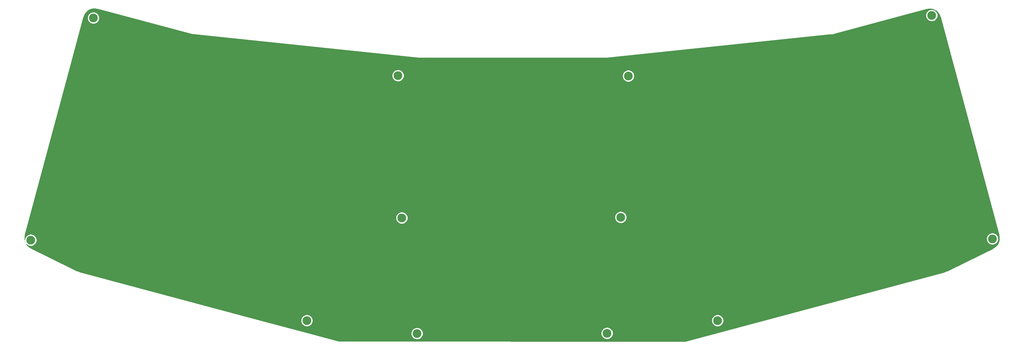
<source format=gbl>
G04 #@! TF.GenerationSoftware,KiCad,Pcbnew,(5.1.10)-1*
G04 #@! TF.CreationDate,2021-10-09T15:29:01+01:00*
G04 #@! TF.ProjectId,superlyra-hs-backplate,73757065-726c-4797-9261-2d68732d6261,0.1*
G04 #@! TF.SameCoordinates,Original*
G04 #@! TF.FileFunction,Copper,L2,Bot*
G04 #@! TF.FilePolarity,Positive*
%FSLAX46Y46*%
G04 Gerber Fmt 4.6, Leading zero omitted, Abs format (unit mm)*
G04 Created by KiCad (PCBNEW (5.1.10)-1) date 2021-10-09 15:29:01*
%MOMM*%
%LPD*%
G01*
G04 APERTURE LIST*
G04 #@! TA.AperFunction,ComponentPad*
%ADD10C,1.752600*%
G04 #@! TD*
G04 #@! TA.AperFunction,ComponentPad*
%ADD11C,3.500000*%
G04 #@! TD*
G04 #@! TA.AperFunction,Conductor*
%ADD12C,0.254000*%
G04 #@! TD*
G04 #@! TA.AperFunction,Conductor*
%ADD13C,0.100000*%
G04 #@! TD*
G04 APERTURE END LIST*
D10*
G04 #@! TO.P,J1,1*
G04 #@! TO.N,GND*
X209931000Y-130302000D03*
G04 #@! TD*
D11*
G04 #@! TO.P,H1,1*
G04 #@! TO.N,N/C*
X42545000Y-60833000D03*
G04 #@! TD*
G04 #@! TO.P,H5,1*
G04 #@! TO.N,N/C*
X127889000Y-182118000D03*
G04 #@! TD*
G04 #@! TO.P,H7,1*
G04 #@! TO.N,N/C*
X165862000Y-140970000D03*
G04 #@! TD*
G04 #@! TO.P,H8,1*
G04 #@! TO.N,N/C*
X17526000Y-149860000D03*
G04 #@! TD*
G04 #@! TO.P,H9,1*
G04 #@! TO.N,N/C*
X171958000Y-187325000D03*
G04 #@! TD*
G04 #@! TO.P,H10,1*
G04 #@! TO.N,N/C*
X164338000Y-83947000D03*
G04 #@! TD*
G04 #@! TO.P,H11,1*
G04 #@! TO.N,N/C*
X256413000Y-84074000D03*
G04 #@! TD*
G04 #@! TO.P,H12,1*
G04 #@! TO.N,N/C*
X253365000Y-140716000D03*
G04 #@! TD*
G04 #@! TO.P,H13,1*
G04 #@! TO.N,N/C*
X401955000Y-149352000D03*
G04 #@! TD*
G04 #@! TO.P,H15,1*
G04 #@! TO.N,N/C*
X247904000Y-187198000D03*
G04 #@! TD*
G04 #@! TO.P,H16,1*
G04 #@! TO.N,N/C*
X292100000Y-182118000D03*
G04 #@! TD*
G04 #@! TO.P,H20,1*
G04 #@! TO.N,N/C*
X377698000Y-59817000D03*
G04 #@! TD*
D12*
G04 #@! TO.N,GND*
X43368474Y-57104132D02*
X44029161Y-57230165D01*
X44159189Y-57243144D01*
X44289461Y-57232891D01*
X44305643Y-57228646D01*
X81994717Y-67327403D01*
X82012802Y-67335030D01*
X82057370Y-67344191D01*
X82069858Y-67347537D01*
X82089128Y-67350719D01*
X82108240Y-67354647D01*
X82121086Y-67355995D01*
X82165990Y-67363409D01*
X82185611Y-67362766D01*
X172588584Y-76849833D01*
X172590617Y-76850450D01*
X172653146Y-76856608D01*
X172683358Y-76859779D01*
X172685474Y-76859793D01*
X172687581Y-76860000D01*
X172717976Y-76860000D01*
X172780789Y-76860401D01*
X172782874Y-76860000D01*
X247587084Y-76860000D01*
X247589121Y-76860392D01*
X247651835Y-76860000D01*
X247682419Y-76860000D01*
X247684491Y-76859796D01*
X247686552Y-76859783D01*
X247716648Y-76856629D01*
X247779383Y-76850450D01*
X247781378Y-76849845D01*
X337343759Y-67463242D01*
X337363234Y-67472066D01*
X337504235Y-67504942D01*
X337648939Y-67509679D01*
X337755992Y-67492005D01*
X367276166Y-59582098D01*
X375313000Y-59582098D01*
X375313000Y-60051902D01*
X375404654Y-60512679D01*
X375584440Y-60946721D01*
X375845450Y-61337349D01*
X376177651Y-61669550D01*
X376568279Y-61930560D01*
X377002321Y-62110346D01*
X377463098Y-62202000D01*
X377932902Y-62202000D01*
X378393679Y-62110346D01*
X378827721Y-61930560D01*
X379218349Y-61669550D01*
X379550550Y-61337349D01*
X379811560Y-60946721D01*
X379991346Y-60512679D01*
X380083000Y-60051902D01*
X380083000Y-59582098D01*
X379991346Y-59121321D01*
X379811560Y-58687279D01*
X379550550Y-58296651D01*
X379218349Y-57964450D01*
X378827721Y-57703440D01*
X378393679Y-57523654D01*
X377932902Y-57432000D01*
X377463098Y-57432000D01*
X377002321Y-57523654D01*
X376568279Y-57703440D01*
X376177651Y-57964450D01*
X375845450Y-58296651D01*
X375584440Y-58687279D01*
X375404654Y-59121321D01*
X375313000Y-59582098D01*
X367276166Y-59582098D01*
X375801731Y-57297680D01*
X376580566Y-57161751D01*
X377338309Y-57165719D01*
X378083367Y-57303807D01*
X378792202Y-57571654D01*
X379442393Y-57960786D01*
X380013407Y-58458913D01*
X380487185Y-59050284D01*
X380851524Y-59721313D01*
X381072721Y-60356504D01*
X381126496Y-60475601D01*
X381200511Y-60583293D01*
X381212279Y-60595185D01*
X404574123Y-147782778D01*
X404564066Y-147830091D01*
X404559962Y-147960700D01*
X404569688Y-148044759D01*
X404711245Y-148855843D01*
X404707277Y-149613586D01*
X404569189Y-150358642D01*
X404301345Y-151067472D01*
X403912205Y-151717678D01*
X403414080Y-152288689D01*
X402815379Y-152768339D01*
X402313247Y-153057719D01*
X402206277Y-153132773D01*
X402114289Y-153225584D01*
X402101224Y-153244561D01*
X383936259Y-162226164D01*
X383887891Y-162225581D01*
X383759013Y-162247171D01*
X383678494Y-162273193D01*
X382883604Y-162581669D01*
X382825268Y-162597907D01*
X382702994Y-162644001D01*
X382590814Y-162711020D01*
X382545511Y-162750478D01*
X279162530Y-190451865D01*
X140647807Y-190380885D01*
X128366423Y-187090098D01*
X169573000Y-187090098D01*
X169573000Y-187559902D01*
X169664654Y-188020679D01*
X169844440Y-188454721D01*
X170105450Y-188845349D01*
X170437651Y-189177550D01*
X170828279Y-189438560D01*
X171262321Y-189618346D01*
X171723098Y-189710000D01*
X172192902Y-189710000D01*
X172653679Y-189618346D01*
X173087721Y-189438560D01*
X173478349Y-189177550D01*
X173810550Y-188845349D01*
X174071560Y-188454721D01*
X174251346Y-188020679D01*
X174343000Y-187559902D01*
X174343000Y-187090098D01*
X174317739Y-186963098D01*
X245519000Y-186963098D01*
X245519000Y-187432902D01*
X245610654Y-187893679D01*
X245790440Y-188327721D01*
X246051450Y-188718349D01*
X246383651Y-189050550D01*
X246774279Y-189311560D01*
X247208321Y-189491346D01*
X247669098Y-189583000D01*
X248138902Y-189583000D01*
X248599679Y-189491346D01*
X249033721Y-189311560D01*
X249424349Y-189050550D01*
X249756550Y-188718349D01*
X250017560Y-188327721D01*
X250197346Y-187893679D01*
X250289000Y-187432902D01*
X250289000Y-186963098D01*
X250197346Y-186502321D01*
X250017560Y-186068279D01*
X249756550Y-185677651D01*
X249424349Y-185345450D01*
X249033721Y-185084440D01*
X248599679Y-184904654D01*
X248138902Y-184813000D01*
X247669098Y-184813000D01*
X247208321Y-184904654D01*
X246774279Y-185084440D01*
X246383651Y-185345450D01*
X246051450Y-185677651D01*
X245790440Y-186068279D01*
X245610654Y-186502321D01*
X245519000Y-186963098D01*
X174317739Y-186963098D01*
X174251346Y-186629321D01*
X174071560Y-186195279D01*
X173810550Y-185804651D01*
X173478349Y-185472450D01*
X173087721Y-185211440D01*
X172653679Y-185031654D01*
X172192902Y-184940000D01*
X171723098Y-184940000D01*
X171262321Y-185031654D01*
X170828279Y-185211440D01*
X170437651Y-185472450D01*
X170105450Y-185804651D01*
X169844440Y-186195279D01*
X169664654Y-186629321D01*
X169573000Y-187090098D01*
X128366423Y-187090098D01*
X108933634Y-181883098D01*
X125504000Y-181883098D01*
X125504000Y-182352902D01*
X125595654Y-182813679D01*
X125775440Y-183247721D01*
X126036450Y-183638349D01*
X126368651Y-183970550D01*
X126759279Y-184231560D01*
X127193321Y-184411346D01*
X127654098Y-184503000D01*
X128123902Y-184503000D01*
X128584679Y-184411346D01*
X129018721Y-184231560D01*
X129409349Y-183970550D01*
X129741550Y-183638349D01*
X130002560Y-183247721D01*
X130182346Y-182813679D01*
X130274000Y-182352902D01*
X130274000Y-181883098D01*
X289715000Y-181883098D01*
X289715000Y-182352902D01*
X289806654Y-182813679D01*
X289986440Y-183247721D01*
X290247450Y-183638349D01*
X290579651Y-183970550D01*
X290970279Y-184231560D01*
X291404321Y-184411346D01*
X291865098Y-184503000D01*
X292334902Y-184503000D01*
X292795679Y-184411346D01*
X293229721Y-184231560D01*
X293620349Y-183970550D01*
X293952550Y-183638349D01*
X294213560Y-183247721D01*
X294393346Y-182813679D01*
X294485000Y-182352902D01*
X294485000Y-181883098D01*
X294393346Y-181422321D01*
X294213560Y-180988279D01*
X293952550Y-180597651D01*
X293620349Y-180265450D01*
X293229721Y-180004440D01*
X292795679Y-179824654D01*
X292334902Y-179733000D01*
X291865098Y-179733000D01*
X291404321Y-179824654D01*
X290970279Y-180004440D01*
X290579651Y-180265450D01*
X290247450Y-180597651D01*
X289986440Y-180988279D01*
X289806654Y-181422321D01*
X289715000Y-181883098D01*
X130274000Y-181883098D01*
X130182346Y-181422321D01*
X130002560Y-180988279D01*
X129741550Y-180597651D01*
X129409349Y-180265450D01*
X129018721Y-180004440D01*
X128584679Y-179824654D01*
X128123902Y-179733000D01*
X127654098Y-179733000D01*
X127193321Y-179824654D01*
X126759279Y-180004440D01*
X126368651Y-180265450D01*
X126036450Y-180597651D01*
X125775440Y-180988279D01*
X125595654Y-181422321D01*
X125504000Y-181883098D01*
X108933634Y-181883098D01*
X37264887Y-162679516D01*
X37228940Y-162647149D01*
X37117881Y-162578289D01*
X37040221Y-162544683D01*
X36239512Y-162251665D01*
X36184965Y-162225349D01*
X36062690Y-162179255D01*
X35934185Y-162155544D01*
X35874111Y-162155277D01*
X17706665Y-153172449D01*
X17677763Y-153133661D01*
X17582365Y-153044358D01*
X17512804Y-152996174D01*
X16810115Y-152567083D01*
X16243553Y-152063890D01*
X15825308Y-151532207D01*
X16005651Y-151712550D01*
X16396279Y-151973560D01*
X16830321Y-152153346D01*
X17291098Y-152245000D01*
X17760902Y-152245000D01*
X18221679Y-152153346D01*
X18655721Y-151973560D01*
X19046349Y-151712550D01*
X19378550Y-151380349D01*
X19639560Y-150989721D01*
X19819346Y-150555679D01*
X19911000Y-150094902D01*
X19911000Y-149625098D01*
X19819346Y-149164321D01*
X19799786Y-149117098D01*
X399570000Y-149117098D01*
X399570000Y-149586902D01*
X399661654Y-150047679D01*
X399841440Y-150481721D01*
X400102450Y-150872349D01*
X400434651Y-151204550D01*
X400825279Y-151465560D01*
X401259321Y-151645346D01*
X401720098Y-151737000D01*
X402189902Y-151737000D01*
X402650679Y-151645346D01*
X403084721Y-151465560D01*
X403475349Y-151204550D01*
X403807550Y-150872349D01*
X404068560Y-150481721D01*
X404248346Y-150047679D01*
X404340000Y-149586902D01*
X404340000Y-149117098D01*
X404248346Y-148656321D01*
X404068560Y-148222279D01*
X403807550Y-147831651D01*
X403475349Y-147499450D01*
X403084721Y-147238440D01*
X402650679Y-147058654D01*
X402189902Y-146967000D01*
X401720098Y-146967000D01*
X401259321Y-147058654D01*
X400825279Y-147238440D01*
X400434651Y-147499450D01*
X400102450Y-147831651D01*
X399841440Y-148222279D01*
X399661654Y-148656321D01*
X399570000Y-149117098D01*
X19799786Y-149117098D01*
X19639560Y-148730279D01*
X19378550Y-148339651D01*
X19046349Y-148007450D01*
X18655721Y-147746440D01*
X18221679Y-147566654D01*
X17760902Y-147475000D01*
X17291098Y-147475000D01*
X16830321Y-147566654D01*
X16396279Y-147746440D01*
X16005651Y-148007450D01*
X15673450Y-148339651D01*
X15412440Y-148730279D01*
X15232654Y-149164321D01*
X15141000Y-149625098D01*
X15141000Y-149725600D01*
X15087832Y-149326593D01*
X15122765Y-148560234D01*
X15236870Y-147992034D01*
X15251108Y-147862138D01*
X15242117Y-147731773D01*
X15236486Y-147709431D01*
X17105252Y-140735098D01*
X163477000Y-140735098D01*
X163477000Y-141204902D01*
X163568654Y-141665679D01*
X163748440Y-142099721D01*
X164009450Y-142490349D01*
X164341651Y-142822550D01*
X164732279Y-143083560D01*
X165166321Y-143263346D01*
X165627098Y-143355000D01*
X166096902Y-143355000D01*
X166557679Y-143263346D01*
X166991721Y-143083560D01*
X167382349Y-142822550D01*
X167714550Y-142490349D01*
X167975560Y-142099721D01*
X168155346Y-141665679D01*
X168247000Y-141204902D01*
X168247000Y-140735098D01*
X168196477Y-140481098D01*
X250980000Y-140481098D01*
X250980000Y-140950902D01*
X251071654Y-141411679D01*
X251251440Y-141845721D01*
X251512450Y-142236349D01*
X251844651Y-142568550D01*
X252235279Y-142829560D01*
X252669321Y-143009346D01*
X253130098Y-143101000D01*
X253599902Y-143101000D01*
X254060679Y-143009346D01*
X254494721Y-142829560D01*
X254885349Y-142568550D01*
X255217550Y-142236349D01*
X255478560Y-141845721D01*
X255658346Y-141411679D01*
X255750000Y-140950902D01*
X255750000Y-140481098D01*
X255658346Y-140020321D01*
X255478560Y-139586279D01*
X255217550Y-139195651D01*
X254885349Y-138863450D01*
X254494721Y-138602440D01*
X254060679Y-138422654D01*
X253599902Y-138331000D01*
X253130098Y-138331000D01*
X252669321Y-138422654D01*
X252235279Y-138602440D01*
X251844651Y-138863450D01*
X251512450Y-139195651D01*
X251251440Y-139586279D01*
X251071654Y-140020321D01*
X250980000Y-140481098D01*
X168196477Y-140481098D01*
X168155346Y-140274321D01*
X167975560Y-139840279D01*
X167714550Y-139449651D01*
X167382349Y-139117450D01*
X166991721Y-138856440D01*
X166557679Y-138676654D01*
X166096902Y-138585000D01*
X165627098Y-138585000D01*
X165166321Y-138676654D01*
X164732279Y-138856440D01*
X164341651Y-139117450D01*
X164009450Y-139449651D01*
X163748440Y-139840279D01*
X163568654Y-140274321D01*
X163477000Y-140735098D01*
X17105252Y-140735098D01*
X32384519Y-83712098D01*
X161953000Y-83712098D01*
X161953000Y-84181902D01*
X162044654Y-84642679D01*
X162224440Y-85076721D01*
X162485450Y-85467349D01*
X162817651Y-85799550D01*
X163208279Y-86060560D01*
X163642321Y-86240346D01*
X164103098Y-86332000D01*
X164572902Y-86332000D01*
X165033679Y-86240346D01*
X165467721Y-86060560D01*
X165858349Y-85799550D01*
X166190550Y-85467349D01*
X166451560Y-85076721D01*
X166631346Y-84642679D01*
X166723000Y-84181902D01*
X166723000Y-83839098D01*
X254028000Y-83839098D01*
X254028000Y-84308902D01*
X254119654Y-84769679D01*
X254299440Y-85203721D01*
X254560450Y-85594349D01*
X254892651Y-85926550D01*
X255283279Y-86187560D01*
X255717321Y-86367346D01*
X256178098Y-86459000D01*
X256647902Y-86459000D01*
X257108679Y-86367346D01*
X257542721Y-86187560D01*
X257933349Y-85926550D01*
X258265550Y-85594349D01*
X258526560Y-85203721D01*
X258706346Y-84769679D01*
X258798000Y-84308902D01*
X258798000Y-83839098D01*
X258706346Y-83378321D01*
X258526560Y-82944279D01*
X258265550Y-82553651D01*
X257933349Y-82221450D01*
X257542721Y-81960440D01*
X257108679Y-81780654D01*
X256647902Y-81689000D01*
X256178098Y-81689000D01*
X255717321Y-81780654D01*
X255283279Y-81960440D01*
X254892651Y-82221450D01*
X254560450Y-82553651D01*
X254299440Y-82944279D01*
X254119654Y-83378321D01*
X254028000Y-83839098D01*
X166723000Y-83839098D01*
X166723000Y-83712098D01*
X166631346Y-83251321D01*
X166451560Y-82817279D01*
X166190550Y-82426651D01*
X165858349Y-82094450D01*
X165467721Y-81833440D01*
X165033679Y-81653654D01*
X164572902Y-81562000D01*
X164103098Y-81562000D01*
X163642321Y-81653654D01*
X163208279Y-81833440D01*
X162817651Y-82094450D01*
X162485450Y-82426651D01*
X162224440Y-82817279D01*
X162044654Y-83251321D01*
X161953000Y-83712098D01*
X32384519Y-83712098D01*
X38577897Y-60598098D01*
X40160000Y-60598098D01*
X40160000Y-61067902D01*
X40251654Y-61528679D01*
X40431440Y-61962721D01*
X40692450Y-62353349D01*
X41024651Y-62685550D01*
X41415279Y-62946560D01*
X41849321Y-63126346D01*
X42310098Y-63218000D01*
X42779902Y-63218000D01*
X43240679Y-63126346D01*
X43674721Y-62946560D01*
X44065349Y-62685550D01*
X44397550Y-62353349D01*
X44658560Y-61962721D01*
X44838346Y-61528679D01*
X44930000Y-61067902D01*
X44930000Y-60598098D01*
X44838346Y-60137321D01*
X44658560Y-59703279D01*
X44397550Y-59312651D01*
X44065349Y-58980450D01*
X43674721Y-58719440D01*
X43240679Y-58539654D01*
X42779902Y-58448000D01*
X42310098Y-58448000D01*
X41849321Y-58539654D01*
X41415279Y-58719440D01*
X41024651Y-58980450D01*
X40692450Y-59312651D01*
X40431440Y-59703279D01*
X40251654Y-60137321D01*
X40160000Y-60598098D01*
X38577897Y-60598098D01*
X38598563Y-60520974D01*
X38630930Y-60485027D01*
X38699790Y-60373968D01*
X38733396Y-60296308D01*
X39016347Y-59523109D01*
X39398655Y-58868867D01*
X39890772Y-58292673D01*
X40477148Y-57812730D01*
X41139247Y-57444211D01*
X41856144Y-57198763D01*
X42605173Y-57084145D01*
X43368474Y-57104132D01*
G04 #@! TA.AperFunction,Conductor*
D13*
G36*
X43368474Y-57104132D02*
G01*
X44029161Y-57230165D01*
X44159189Y-57243144D01*
X44289461Y-57232891D01*
X44305643Y-57228646D01*
X81994717Y-67327403D01*
X82012802Y-67335030D01*
X82057370Y-67344191D01*
X82069858Y-67347537D01*
X82089128Y-67350719D01*
X82108240Y-67354647D01*
X82121086Y-67355995D01*
X82165990Y-67363409D01*
X82185611Y-67362766D01*
X172588584Y-76849833D01*
X172590617Y-76850450D01*
X172653146Y-76856608D01*
X172683358Y-76859779D01*
X172685474Y-76859793D01*
X172687581Y-76860000D01*
X172717976Y-76860000D01*
X172780789Y-76860401D01*
X172782874Y-76860000D01*
X247587084Y-76860000D01*
X247589121Y-76860392D01*
X247651835Y-76860000D01*
X247682419Y-76860000D01*
X247684491Y-76859796D01*
X247686552Y-76859783D01*
X247716648Y-76856629D01*
X247779383Y-76850450D01*
X247781378Y-76849845D01*
X337343759Y-67463242D01*
X337363234Y-67472066D01*
X337504235Y-67504942D01*
X337648939Y-67509679D01*
X337755992Y-67492005D01*
X367276166Y-59582098D01*
X375313000Y-59582098D01*
X375313000Y-60051902D01*
X375404654Y-60512679D01*
X375584440Y-60946721D01*
X375845450Y-61337349D01*
X376177651Y-61669550D01*
X376568279Y-61930560D01*
X377002321Y-62110346D01*
X377463098Y-62202000D01*
X377932902Y-62202000D01*
X378393679Y-62110346D01*
X378827721Y-61930560D01*
X379218349Y-61669550D01*
X379550550Y-61337349D01*
X379811560Y-60946721D01*
X379991346Y-60512679D01*
X380083000Y-60051902D01*
X380083000Y-59582098D01*
X379991346Y-59121321D01*
X379811560Y-58687279D01*
X379550550Y-58296651D01*
X379218349Y-57964450D01*
X378827721Y-57703440D01*
X378393679Y-57523654D01*
X377932902Y-57432000D01*
X377463098Y-57432000D01*
X377002321Y-57523654D01*
X376568279Y-57703440D01*
X376177651Y-57964450D01*
X375845450Y-58296651D01*
X375584440Y-58687279D01*
X375404654Y-59121321D01*
X375313000Y-59582098D01*
X367276166Y-59582098D01*
X375801731Y-57297680D01*
X376580566Y-57161751D01*
X377338309Y-57165719D01*
X378083367Y-57303807D01*
X378792202Y-57571654D01*
X379442393Y-57960786D01*
X380013407Y-58458913D01*
X380487185Y-59050284D01*
X380851524Y-59721313D01*
X381072721Y-60356504D01*
X381126496Y-60475601D01*
X381200511Y-60583293D01*
X381212279Y-60595185D01*
X404574123Y-147782778D01*
X404564066Y-147830091D01*
X404559962Y-147960700D01*
X404569688Y-148044759D01*
X404711245Y-148855843D01*
X404707277Y-149613586D01*
X404569189Y-150358642D01*
X404301345Y-151067472D01*
X403912205Y-151717678D01*
X403414080Y-152288689D01*
X402815379Y-152768339D01*
X402313247Y-153057719D01*
X402206277Y-153132773D01*
X402114289Y-153225584D01*
X402101224Y-153244561D01*
X383936259Y-162226164D01*
X383887891Y-162225581D01*
X383759013Y-162247171D01*
X383678494Y-162273193D01*
X382883604Y-162581669D01*
X382825268Y-162597907D01*
X382702994Y-162644001D01*
X382590814Y-162711020D01*
X382545511Y-162750478D01*
X279162530Y-190451865D01*
X140647807Y-190380885D01*
X128366423Y-187090098D01*
X169573000Y-187090098D01*
X169573000Y-187559902D01*
X169664654Y-188020679D01*
X169844440Y-188454721D01*
X170105450Y-188845349D01*
X170437651Y-189177550D01*
X170828279Y-189438560D01*
X171262321Y-189618346D01*
X171723098Y-189710000D01*
X172192902Y-189710000D01*
X172653679Y-189618346D01*
X173087721Y-189438560D01*
X173478349Y-189177550D01*
X173810550Y-188845349D01*
X174071560Y-188454721D01*
X174251346Y-188020679D01*
X174343000Y-187559902D01*
X174343000Y-187090098D01*
X174317739Y-186963098D01*
X245519000Y-186963098D01*
X245519000Y-187432902D01*
X245610654Y-187893679D01*
X245790440Y-188327721D01*
X246051450Y-188718349D01*
X246383651Y-189050550D01*
X246774279Y-189311560D01*
X247208321Y-189491346D01*
X247669098Y-189583000D01*
X248138902Y-189583000D01*
X248599679Y-189491346D01*
X249033721Y-189311560D01*
X249424349Y-189050550D01*
X249756550Y-188718349D01*
X250017560Y-188327721D01*
X250197346Y-187893679D01*
X250289000Y-187432902D01*
X250289000Y-186963098D01*
X250197346Y-186502321D01*
X250017560Y-186068279D01*
X249756550Y-185677651D01*
X249424349Y-185345450D01*
X249033721Y-185084440D01*
X248599679Y-184904654D01*
X248138902Y-184813000D01*
X247669098Y-184813000D01*
X247208321Y-184904654D01*
X246774279Y-185084440D01*
X246383651Y-185345450D01*
X246051450Y-185677651D01*
X245790440Y-186068279D01*
X245610654Y-186502321D01*
X245519000Y-186963098D01*
X174317739Y-186963098D01*
X174251346Y-186629321D01*
X174071560Y-186195279D01*
X173810550Y-185804651D01*
X173478349Y-185472450D01*
X173087721Y-185211440D01*
X172653679Y-185031654D01*
X172192902Y-184940000D01*
X171723098Y-184940000D01*
X171262321Y-185031654D01*
X170828279Y-185211440D01*
X170437651Y-185472450D01*
X170105450Y-185804651D01*
X169844440Y-186195279D01*
X169664654Y-186629321D01*
X169573000Y-187090098D01*
X128366423Y-187090098D01*
X108933634Y-181883098D01*
X125504000Y-181883098D01*
X125504000Y-182352902D01*
X125595654Y-182813679D01*
X125775440Y-183247721D01*
X126036450Y-183638349D01*
X126368651Y-183970550D01*
X126759279Y-184231560D01*
X127193321Y-184411346D01*
X127654098Y-184503000D01*
X128123902Y-184503000D01*
X128584679Y-184411346D01*
X129018721Y-184231560D01*
X129409349Y-183970550D01*
X129741550Y-183638349D01*
X130002560Y-183247721D01*
X130182346Y-182813679D01*
X130274000Y-182352902D01*
X130274000Y-181883098D01*
X289715000Y-181883098D01*
X289715000Y-182352902D01*
X289806654Y-182813679D01*
X289986440Y-183247721D01*
X290247450Y-183638349D01*
X290579651Y-183970550D01*
X290970279Y-184231560D01*
X291404321Y-184411346D01*
X291865098Y-184503000D01*
X292334902Y-184503000D01*
X292795679Y-184411346D01*
X293229721Y-184231560D01*
X293620349Y-183970550D01*
X293952550Y-183638349D01*
X294213560Y-183247721D01*
X294393346Y-182813679D01*
X294485000Y-182352902D01*
X294485000Y-181883098D01*
X294393346Y-181422321D01*
X294213560Y-180988279D01*
X293952550Y-180597651D01*
X293620349Y-180265450D01*
X293229721Y-180004440D01*
X292795679Y-179824654D01*
X292334902Y-179733000D01*
X291865098Y-179733000D01*
X291404321Y-179824654D01*
X290970279Y-180004440D01*
X290579651Y-180265450D01*
X290247450Y-180597651D01*
X289986440Y-180988279D01*
X289806654Y-181422321D01*
X289715000Y-181883098D01*
X130274000Y-181883098D01*
X130182346Y-181422321D01*
X130002560Y-180988279D01*
X129741550Y-180597651D01*
X129409349Y-180265450D01*
X129018721Y-180004440D01*
X128584679Y-179824654D01*
X128123902Y-179733000D01*
X127654098Y-179733000D01*
X127193321Y-179824654D01*
X126759279Y-180004440D01*
X126368651Y-180265450D01*
X126036450Y-180597651D01*
X125775440Y-180988279D01*
X125595654Y-181422321D01*
X125504000Y-181883098D01*
X108933634Y-181883098D01*
X37264887Y-162679516D01*
X37228940Y-162647149D01*
X37117881Y-162578289D01*
X37040221Y-162544683D01*
X36239512Y-162251665D01*
X36184965Y-162225349D01*
X36062690Y-162179255D01*
X35934185Y-162155544D01*
X35874111Y-162155277D01*
X17706665Y-153172449D01*
X17677763Y-153133661D01*
X17582365Y-153044358D01*
X17512804Y-152996174D01*
X16810115Y-152567083D01*
X16243553Y-152063890D01*
X15825308Y-151532207D01*
X16005651Y-151712550D01*
X16396279Y-151973560D01*
X16830321Y-152153346D01*
X17291098Y-152245000D01*
X17760902Y-152245000D01*
X18221679Y-152153346D01*
X18655721Y-151973560D01*
X19046349Y-151712550D01*
X19378550Y-151380349D01*
X19639560Y-150989721D01*
X19819346Y-150555679D01*
X19911000Y-150094902D01*
X19911000Y-149625098D01*
X19819346Y-149164321D01*
X19799786Y-149117098D01*
X399570000Y-149117098D01*
X399570000Y-149586902D01*
X399661654Y-150047679D01*
X399841440Y-150481721D01*
X400102450Y-150872349D01*
X400434651Y-151204550D01*
X400825279Y-151465560D01*
X401259321Y-151645346D01*
X401720098Y-151737000D01*
X402189902Y-151737000D01*
X402650679Y-151645346D01*
X403084721Y-151465560D01*
X403475349Y-151204550D01*
X403807550Y-150872349D01*
X404068560Y-150481721D01*
X404248346Y-150047679D01*
X404340000Y-149586902D01*
X404340000Y-149117098D01*
X404248346Y-148656321D01*
X404068560Y-148222279D01*
X403807550Y-147831651D01*
X403475349Y-147499450D01*
X403084721Y-147238440D01*
X402650679Y-147058654D01*
X402189902Y-146967000D01*
X401720098Y-146967000D01*
X401259321Y-147058654D01*
X400825279Y-147238440D01*
X400434651Y-147499450D01*
X400102450Y-147831651D01*
X399841440Y-148222279D01*
X399661654Y-148656321D01*
X399570000Y-149117098D01*
X19799786Y-149117098D01*
X19639560Y-148730279D01*
X19378550Y-148339651D01*
X19046349Y-148007450D01*
X18655721Y-147746440D01*
X18221679Y-147566654D01*
X17760902Y-147475000D01*
X17291098Y-147475000D01*
X16830321Y-147566654D01*
X16396279Y-147746440D01*
X16005651Y-148007450D01*
X15673450Y-148339651D01*
X15412440Y-148730279D01*
X15232654Y-149164321D01*
X15141000Y-149625098D01*
X15141000Y-149725600D01*
X15087832Y-149326593D01*
X15122765Y-148560234D01*
X15236870Y-147992034D01*
X15251108Y-147862138D01*
X15242117Y-147731773D01*
X15236486Y-147709431D01*
X17105252Y-140735098D01*
X163477000Y-140735098D01*
X163477000Y-141204902D01*
X163568654Y-141665679D01*
X163748440Y-142099721D01*
X164009450Y-142490349D01*
X164341651Y-142822550D01*
X164732279Y-143083560D01*
X165166321Y-143263346D01*
X165627098Y-143355000D01*
X166096902Y-143355000D01*
X166557679Y-143263346D01*
X166991721Y-143083560D01*
X167382349Y-142822550D01*
X167714550Y-142490349D01*
X167975560Y-142099721D01*
X168155346Y-141665679D01*
X168247000Y-141204902D01*
X168247000Y-140735098D01*
X168196477Y-140481098D01*
X250980000Y-140481098D01*
X250980000Y-140950902D01*
X251071654Y-141411679D01*
X251251440Y-141845721D01*
X251512450Y-142236349D01*
X251844651Y-142568550D01*
X252235279Y-142829560D01*
X252669321Y-143009346D01*
X253130098Y-143101000D01*
X253599902Y-143101000D01*
X254060679Y-143009346D01*
X254494721Y-142829560D01*
X254885349Y-142568550D01*
X255217550Y-142236349D01*
X255478560Y-141845721D01*
X255658346Y-141411679D01*
X255750000Y-140950902D01*
X255750000Y-140481098D01*
X255658346Y-140020321D01*
X255478560Y-139586279D01*
X255217550Y-139195651D01*
X254885349Y-138863450D01*
X254494721Y-138602440D01*
X254060679Y-138422654D01*
X253599902Y-138331000D01*
X253130098Y-138331000D01*
X252669321Y-138422654D01*
X252235279Y-138602440D01*
X251844651Y-138863450D01*
X251512450Y-139195651D01*
X251251440Y-139586279D01*
X251071654Y-140020321D01*
X250980000Y-140481098D01*
X168196477Y-140481098D01*
X168155346Y-140274321D01*
X167975560Y-139840279D01*
X167714550Y-139449651D01*
X167382349Y-139117450D01*
X166991721Y-138856440D01*
X166557679Y-138676654D01*
X166096902Y-138585000D01*
X165627098Y-138585000D01*
X165166321Y-138676654D01*
X164732279Y-138856440D01*
X164341651Y-139117450D01*
X164009450Y-139449651D01*
X163748440Y-139840279D01*
X163568654Y-140274321D01*
X163477000Y-140735098D01*
X17105252Y-140735098D01*
X32384519Y-83712098D01*
X161953000Y-83712098D01*
X161953000Y-84181902D01*
X162044654Y-84642679D01*
X162224440Y-85076721D01*
X162485450Y-85467349D01*
X162817651Y-85799550D01*
X163208279Y-86060560D01*
X163642321Y-86240346D01*
X164103098Y-86332000D01*
X164572902Y-86332000D01*
X165033679Y-86240346D01*
X165467721Y-86060560D01*
X165858349Y-85799550D01*
X166190550Y-85467349D01*
X166451560Y-85076721D01*
X166631346Y-84642679D01*
X166723000Y-84181902D01*
X166723000Y-83839098D01*
X254028000Y-83839098D01*
X254028000Y-84308902D01*
X254119654Y-84769679D01*
X254299440Y-85203721D01*
X254560450Y-85594349D01*
X254892651Y-85926550D01*
X255283279Y-86187560D01*
X255717321Y-86367346D01*
X256178098Y-86459000D01*
X256647902Y-86459000D01*
X257108679Y-86367346D01*
X257542721Y-86187560D01*
X257933349Y-85926550D01*
X258265550Y-85594349D01*
X258526560Y-85203721D01*
X258706346Y-84769679D01*
X258798000Y-84308902D01*
X258798000Y-83839098D01*
X258706346Y-83378321D01*
X258526560Y-82944279D01*
X258265550Y-82553651D01*
X257933349Y-82221450D01*
X257542721Y-81960440D01*
X257108679Y-81780654D01*
X256647902Y-81689000D01*
X256178098Y-81689000D01*
X255717321Y-81780654D01*
X255283279Y-81960440D01*
X254892651Y-82221450D01*
X254560450Y-82553651D01*
X254299440Y-82944279D01*
X254119654Y-83378321D01*
X254028000Y-83839098D01*
X166723000Y-83839098D01*
X166723000Y-83712098D01*
X166631346Y-83251321D01*
X166451560Y-82817279D01*
X166190550Y-82426651D01*
X165858349Y-82094450D01*
X165467721Y-81833440D01*
X165033679Y-81653654D01*
X164572902Y-81562000D01*
X164103098Y-81562000D01*
X163642321Y-81653654D01*
X163208279Y-81833440D01*
X162817651Y-82094450D01*
X162485450Y-82426651D01*
X162224440Y-82817279D01*
X162044654Y-83251321D01*
X161953000Y-83712098D01*
X32384519Y-83712098D01*
X38577897Y-60598098D01*
X40160000Y-60598098D01*
X40160000Y-61067902D01*
X40251654Y-61528679D01*
X40431440Y-61962721D01*
X40692450Y-62353349D01*
X41024651Y-62685550D01*
X41415279Y-62946560D01*
X41849321Y-63126346D01*
X42310098Y-63218000D01*
X42779902Y-63218000D01*
X43240679Y-63126346D01*
X43674721Y-62946560D01*
X44065349Y-62685550D01*
X44397550Y-62353349D01*
X44658560Y-61962721D01*
X44838346Y-61528679D01*
X44930000Y-61067902D01*
X44930000Y-60598098D01*
X44838346Y-60137321D01*
X44658560Y-59703279D01*
X44397550Y-59312651D01*
X44065349Y-58980450D01*
X43674721Y-58719440D01*
X43240679Y-58539654D01*
X42779902Y-58448000D01*
X42310098Y-58448000D01*
X41849321Y-58539654D01*
X41415279Y-58719440D01*
X41024651Y-58980450D01*
X40692450Y-59312651D01*
X40431440Y-59703279D01*
X40251654Y-60137321D01*
X40160000Y-60598098D01*
X38577897Y-60598098D01*
X38598563Y-60520974D01*
X38630930Y-60485027D01*
X38699790Y-60373968D01*
X38733396Y-60296308D01*
X39016347Y-59523109D01*
X39398655Y-58868867D01*
X39890772Y-58292673D01*
X40477148Y-57812730D01*
X41139247Y-57444211D01*
X41856144Y-57198763D01*
X42605173Y-57084145D01*
X43368474Y-57104132D01*
G37*
G04 #@! TD.AperFunction*
G04 #@! TD*
M02*

</source>
